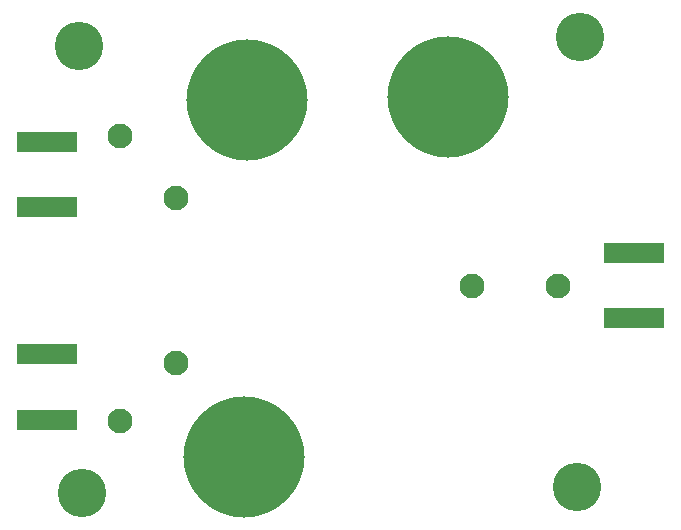
<source format=gbr>
%TF.GenerationSoftware,KiCad,Pcbnew,(5.1.6-0-10_14)*%
%TF.CreationDate,2020-10-22T07:10:05-07:00*%
%TF.ProjectId,tia_dev_board,7469615f-6465-4765-9f62-6f6172642e6b,rev?*%
%TF.SameCoordinates,Original*%
%TF.FileFunction,Soldermask,Bot*%
%TF.FilePolarity,Negative*%
%FSLAX46Y46*%
G04 Gerber Fmt 4.6, Leading zero omitted, Abs format (unit mm)*
G04 Created by KiCad (PCBNEW (5.1.6-0-10_14)) date 2020-10-22 07:10:05*
%MOMM*%
%LPD*%
G01*
G04 APERTURE LIST*
%ADD10R,5.180000X1.700000*%
%ADD11C,10.260000*%
%ADD12C,2.100000*%
%ADD13C,4.100000*%
G04 APERTURE END LIST*
D10*
%TO.C,J3*%
X192786000Y-88670000D03*
X192786000Y-94210000D03*
%TD*%
%TO.C,J1*%
X143060000Y-102770000D03*
X143060000Y-97230000D03*
%TD*%
%TO.C,J2*%
X143060000Y-84770000D03*
X143060000Y-79230000D03*
%TD*%
D11*
%TO.C,U3*%
X159766000Y-105918000D03*
%TD*%
%TO.C,U2*%
X160020000Y-75692000D03*
%TD*%
%TO.C,U1*%
X177038000Y-75438000D03*
%TD*%
D12*
%TO.C,TP6*%
X186309000Y-91440000D03*
%TD*%
%TO.C,TP5*%
X179070000Y-91440000D03*
%TD*%
%TO.C,TP4*%
X154000000Y-84000000D03*
%TD*%
%TO.C,TP3*%
X154000000Y-98000000D03*
%TD*%
%TO.C,TP2*%
X149225000Y-78740000D03*
%TD*%
%TO.C,TP1*%
X149225000Y-102870000D03*
%TD*%
D13*
%TO.C,H4*%
X187960000Y-108458000D03*
%TD*%
%TO.C,H3*%
X145796000Y-71120000D03*
%TD*%
%TO.C,H2*%
X188214000Y-70358000D03*
%TD*%
%TO.C,H1*%
X146050000Y-108966000D03*
%TD*%
M02*

</source>
